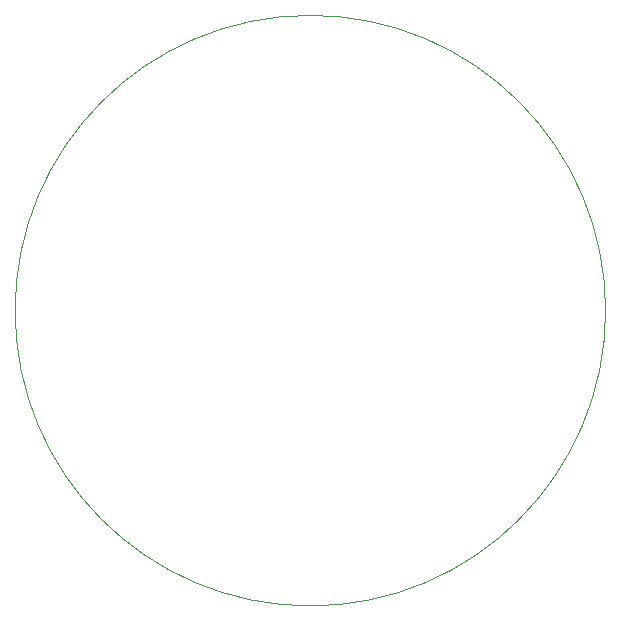
<source format=gm1>
G04 #@! TF.GenerationSoftware,KiCad,Pcbnew,8.0.1*
G04 #@! TF.CreationDate,2024-05-30T23:43:01+05:00*
G04 #@! TF.ProjectId,6_layer_MCU,365f6c61-7965-4725-9f4d-43552e6b6963,rev?*
G04 #@! TF.SameCoordinates,Original*
G04 #@! TF.FileFunction,Profile,NP*
%FSLAX46Y46*%
G04 Gerber Fmt 4.6, Leading zero omitted, Abs format (unit mm)*
G04 Created by KiCad (PCBNEW 8.0.1) date 2024-05-30 23:43:01*
%MOMM*%
%LPD*%
G01*
G04 APERTURE LIST*
G04 #@! TA.AperFunction,Profile*
%ADD10C,0.050000*%
G04 #@! TD*
G04 APERTURE END LIST*
D10*
X177933586Y-101503248D02*
G75*
G02*
X127933586Y-101503248I-25000000J0D01*
G01*
X127933586Y-101503248D02*
G75*
G02*
X177933586Y-101503248I25000000J0D01*
G01*
M02*

</source>
